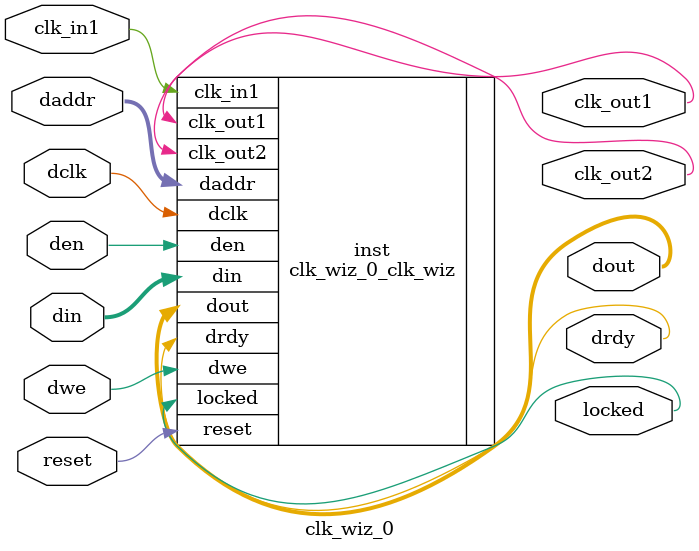
<source format=v>


`timescale 1ps/1ps

(* CORE_GENERATION_INFO = "clk_wiz_0,clk_wiz_v6_0_9_0_0,{component_name=clk_wiz_0,use_phase_alignment=true,use_min_o_jitter=false,use_max_i_jitter=false,use_dyn_phase_shift=false,use_inclk_switchover=false,use_dyn_reconfig=true,enable_axi=0,feedback_source=FDBK_AUTO,PRIMITIVE=MMCM,num_out_clk=2,clkin1_period=10.000,clkin2_period=10.000,use_power_down=false,use_reset=true,use_locked=true,use_inclk_stopped=false,feedback_type=SINGLE,CLOCK_MGR_TYPE=NA,manual_override=false}" *)

module clk_wiz_0 
 (
  // Clock out ports
  output        clk_out1,
  output        clk_out2,
  // Dynamic reconfiguration ports
  input   [6:0] daddr,
  input         dclk,
  input         den,
  input  [15:0] din,
  output [15:0] dout,
  output        drdy,
  input         dwe,
  // Status and control signals
  input         reset,
  output        locked,
 // Clock in ports
  input         clk_in1
 );

  clk_wiz_0_clk_wiz inst
  (
  // Clock out ports  
  .clk_out1(clk_out1),
  .clk_out2(clk_out2),
  // Dynamic reconfiguration ports            
  .daddr(daddr),
  .dclk(dclk),
  .den(den),
  .din(din),
  .dout(dout),
  .drdy(drdy),
  .dwe(dwe),
  // Status and control signals               
  .reset(reset), 
  .locked(locked),
 // Clock in ports
  .clk_in1(clk_in1)
  );

endmodule

</source>
